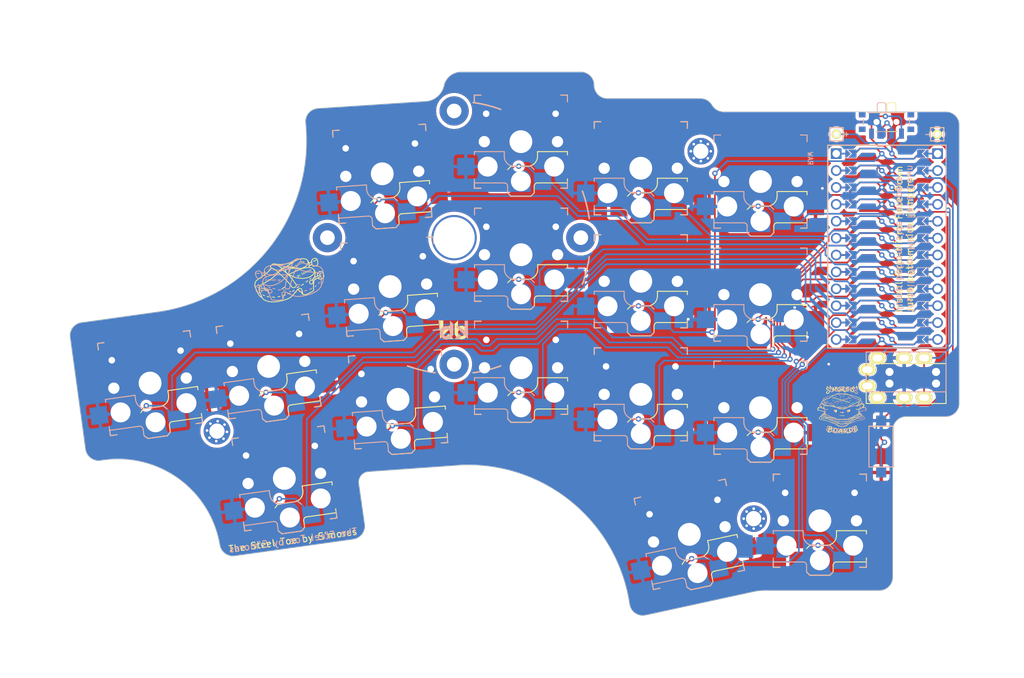
<source format=kicad_pcb>
(kicad_pcb (version 20221018) (generator pcbnew)
  (layers (0 "F.Cu" signal) (31 "B.Cu" signal) (34 "B.Paste" user) (35 "F.Paste" user) (36 "B.SilkS" user "B.Silkscreen") (37 "F.SilkS" user "F.Silkscreen") (38 "B.Mask" user) (39 "F.Mask" user) (44 "Edge.Cuts" user))
  (net 0 "")
  (net 1 "BAT+")
  (net 2 "GND")
  (net 3 "SERIAL")
  (net 4 "K5")
  (net 5 "K10")
  (net 6 "K1")
  (net 7 "K6")
  (net 8 "K11")
  (net 9 "K2")
  (net 10 "K7")
  (net 11 "K12")
  (net 12 "K3")
  (net 13 "K8")
  (net 14 "K13")
  (net 15 "K15")
  (net 16 "K4")
  (net 17 "K9")
  (net 18 "K14")
  (net 19 "K16")
  (net 20 "VCC")
  (net 22 "RESET")
  (net 23 "RAW")
  (net 24 "unconnected-(J0-PadA)")
  (net 26 "K17")
  (footprint "footprints:choc-switch-socket-only" (layer "F.Cu") (at 131.849997 107.050004 4)
    (fp_text reference "SW12" hide)
    (fp_text value "SW_Push" hide)
  )
  (footprint "footprints:choc-switch-socket-only" (layer "F.Cu") (at 150.349996 85.3)
    (fp_text reference "SW8" hide)
    (fp_text value "SW_Push" hide)
  )
  (footprint "footprints:m2-hole" (layer "F.Cu") (at 177.376226 69.737657)
    (fp_text reference "Ref**" hide)
    (fp_text value "Val**" hide)
  )
  (footprint "footprints:m2-hole" (layer "F.Cu") (at 185.326226 124.987657)
    (fp_text reference "Ref**" hide)
    (fp_text value "Val**" hide)
  )
  (footprint "footprints:m2-hole" (layer "F.Cu") (at 104.626226 111.830846 -4)
    (fp_text reference "Ref**" hide)
    (fp_text value "Val**" hide)
  )
  (footprint "art:clogs" (layer "F.Cu") (at 116 88.5)
    (fp_text reference "G***" hide)
    (fp_text value "LOGO" hide)
  )
  (footprint "footprints:single-pin" (layer "F.Cu") (at 197.776226 67.187657)
    (fp_text reference "+1" hide)
    (fp_text value "MountingHole_Pad" hide)
  )
  (footprint "footprints:power-switch" (layer "F.Cu") (at 205.299994 65.670002 180)
    (fp_text reference "SW19" hide)
    (fp_text value "SW_SPDT" hide)
  )
  (footprint "bs_lib:smd_rst_sw" (layer "F.Cu") (at 204.499994 114.150002 -90)
    (fp_text reference "SW21")
    (fp_text value "SW_Push")
  )
  (footprint "footprints:choc-switch-socket-only" (layer "F.Cu") (at 150.324995 68.3)
    (fp_text reference "SW2" hide)
    (fp_text value "SW_Push" hide)
  )
  (footprint "bs_lib:ProMicro_facedown_new_dual" (layer "F.Cu") (at 205.358594 84.078002 -90)
    (fp_text reference "U1" hide)
    (fp_text value "ProMicro_r" hide)
  )
  (footprint "footprints:single-pin" (layer "F.Cu") (at 212.926226 67.187657)
    (fp_text reference "-1" hide)
    (fp_text value "MountingHole_Pad" hide)
  )
  (footprint "footprints:choc-switch-socket-only" (layer "F.Cu") (at 168.349995 72.300001)
    (fp_text reference "SW3" hide)
    (fp_text value "SW_Push" hide)
  )
  (footprint "footprints:choc-switch-socket-only" (layer "F.Cu") (at 112.387771 102.098084 8)
    (fp_text reference "SW6" hide)
    (fp_text value "SW_Push" hide)
  )
  (footprint "footprints:choc-switch-socket-only" (layer "F.Cu") (at 130.664133 90.091414 4)
    (fp_text reference "SW7" hide)
    (fp_text value "SW_Push" hide)
  )
  (footprint "footprints:choc-switch-socket-only" (layer "F.Cu") (at 168.349994 106.300003)
    (fp_text reference "SW14" hide)
    (fp_text value "SW_Push" hide)
  )
  (footprint "footprints:choc-switch-socket-only" (layer "F.Cu") (at 129.478272 73.132824 4)
    (fp_text reference "SW1" hide)
    (fp_text value "SW_Push" hide)
  )
  (footprint "footprints:choc-switch-socket-only" (layer "F.Cu") (at 168.349995 89.300001)
    (fp_text reference "SW9" hide)
    (fp_text value "SW_Push" hide)
  )
  (footprint "art:smores" (layer "F.Cu") (at 198.3 108.9)
    (fp_text reference "G***" hide)
    (fp_text value "LOGO" hide)
  )
  (footprint "footprints:choc-switch-socket-only" (layer "F.Cu") (at 195.278399 125.300002)
    (fp_text reference "SW17" hide)
    (fp_text value "SW_Push" hide)
  )
  (footprint "footprints:choc-switch-socket-only" (layer "F.Cu") (at 150.349992 102.3)
    (fp_text reference "SW13" hide)
    (fp_text value "SW_Push" hide)
  )
  (footprint "footprints:choc-switch-socket-only" (layer "F.Cu") (at 186.349994 108.300002)
    (fp_text reference "SW15" hide)
    (fp_text value "SW_Push" hide)
  )
  (footprint "footprints:choc-switch-socket-only" (layer "F.Cu") (at 94.562952 104.6032 8)
    (fp_text reference "SW5" hide)
    (fp_text value "SW_Push" hide)
  )
  (footprint "footprints:choc-switch-socket-only" (layer "F.Cu") (at 186.349995 74.300002)
    (fp_text reference "SW4" hide)
    (fp_text value "SW_Push" hide)
  )
  (footprint "footprints:tenting-puck" (layer "F.Cu") (at 140.285272 82.73494)
    (fp_text reference "REF**" hide)
    (fp_text value "Tenting Puck" hide)
  )
  (footprint "footprints:trrs" (layer "F.Cu") (at 214.249994 104.675002 -90)
    (fp_text reference "J0" hide)
    (fp_text value "AudioJack4dpb" hide)
  )
  (footprint "footprints:choc-switch-socket-only" (layer "F.Cu") (at 175.649994 127.350002 12)
    (fp_text reference "SW16" hide)
    (fp_text value "SW_Push" hide)
  )
  (footprint "footprints:choc-switch-socket-only" (layer "F.Cu") (at 186.349995 91.300003)
    (fp_text reference "SW10" hide)
    (fp_text value "SW_Push" hide)
  )
  (footprint "footprints:choc-switch-socket-only" (layer "F.Cu") (at 114.75372 118.932644 8)
    (fp_text reference "SW11" hide)
    (fp_text value "SW_Push" hide)
  )
  (footprint "footprints:power-switch" (layer "B.Cu") (at 205.299994 65.670002)
    (fp_text reference "SW20" hide)
    (fp_text value "SW_SPDT" hide)
  )
  (footprint "art:smores" (layer "B.Cu") (at 198.9 108.9 180)
    (fp_text reference "G***" hide)
    (fp_text value "LOGO" hide)
  )
  (footprint "bs_lib:smd_rst_sw" (layer "B.Cu") (at 204.499994 114.150002 90)
    (fp_text reference "SW18")
    (fp_text value "SW_Push")
  )
  (footprint "art:clogs" (layer "B.Cu") (at 114.791929 88.767823 -155)
    (fp_text reference "G***" hide)
    (fp_text value "LOGO" hide)
  )
  (gr_arc (start 159.349997 57.800002) (mid 160.764221 58.385786) (end 161.349996 59.800002) (stroke (width 0.1)) (layer "Edge.Cuts"))
  (gr_line (start 177.349994 61.800001) (end 163.349995 61.800002) (stroke (width 0.1)) (layer "Edge.Cuts"))
  (gr_line (start 126.84212 125.793521) (end 125.946997 119.530821) (stroke (width 0.1)) (layer "Edge.Cuts"))
  (gr_arc (start 216.249993 107.700002) (mid 215.646859 109.082225) (end 214.249994 109.650626) (stroke (width 0.1)) (layer "Edge.Cuts"))
  (gr_arc (start 87.101833 116.264717) (mid 85.643 115.882688) (end 84.849994 114.600002) (stroke (width 0.1)) (layer "Edge.Cuts"))
  (gr_arc (start 138.778399 59.733728) (mid 137.737233 61.534315) (end 135.778399 62.233728) (stroke (width 0.1)) (layer "Edge.Cuts"))
  (gr_arc (start 185.097077 136.037429) (mid 186.265961 135.843649) (end 187.449994 135.800003) (stroke (width 0.1)) (layer "Edge.Cuts"))
  (gr_line (start 125.099994 128.100002) (end 107.276926 130.604072) (stroke (width 0.1)) (layer "Edge.Cuts"))
  (gr_arc (start 125.946997 119.530821) (mid 126.33143 118.490438) (end 127.299994 117.950002) (stroke (width 0.1)) (layer "Edge.Cuts"))
  (gr_line (start 216.249994 65.800002) (end 216.249994 107.700002) (stroke (width 0.1)) (layer "Edge.Cuts"))
  (gr_arc (start 177.349994 61.800001) (mid 178.353854 62.070177) (end 179.086482 62.807724) (stroke (width 0.1)) (layer "Edge.Cuts"))
  (gr_line (start 141.485273 116.934939) (end 127.299994 117.950002) (stroke (width 0.1)) (layer "Edge.Cuts"))
  (gr_arc (start 126.84212 125.793521) (mid 126.45833 127.314807) (end 125.099994 128.100002) (stroke (width 0.1)) (layer "Edge.Cuts"))
  (gr_line (start 208.299994 109.650002) (end 214.249994 109.650626) (stroke (width 0.1)) (layer "Edge.Cuts"))
  (gr_line (start 96.005131 93.835066) (end 84.149994 95.500002) (stroke (width 0.1)) (layer "Edge.Cuts"))
  (gr_arc (start 117.928399 65.383728) (mid 118.442616 63.941175) (end 119.825842 63.283858) (stroke (width 0.1)) (layer "Edge.Cuts"))
  (gr_arc (start 87.101833 116.264717) (mid 98.665959 118.85519) (end 105.026926 128.854072) (stroke (width 0.1)) (layer "Edge.Cuts"))
  (gr_arc (start 180.849995 63.800003) (mid 179.838225 63.534925) (end 179.086482 62.807724) (stroke (width 0.1)) (layer "Edge.Cuts"))
  (gr_line (start 159.349997 57.800002) (end 141.349994 57.800001) (stroke (width 0.1)) (layer "Edge.Cuts"))
  (gr_arc (start 214.249994 63.800002) (mid 215.664208 64.385788) (end 216.249994 65.800002) (stroke (width 0.1)) (layer "Edge.Cuts"))
  (gr_line (start 135.778399 62.233728) (end 119.825842 63.283858) (stroke (width 0.1)) (layer "Edge.Cuts"))
  (gr_arc (start 117.928399 65.383728) (mid 112.680645 84.012246) (end 96.005131 93.835066) (stroke (width 0.1)) (layer "Edge.Cuts"))
  (gr_line (start 206.249994 116.800002) (end 206.249994 111.700002) (stroke (width 0.1)) (layer "Edge.Cuts"))
  (gr_line (start 185.097077 136.037429) (end 169.01041 139.532288) (stroke (width 0.1)) (layer "Edge.Cuts"))
  (gr_line (start 204.249994 135.800002) (end 187.449994 135.800002) (stroke (width 0.1)) (layer "Edge.Cuts"))
  (gr_arc (start 107.276926 130.604072) (mid 105.789489 130.195062) (end 105.026926 128.854072) (stroke (width 0.1)) (layer "Edge.Cuts"))
  (gr_arc (start 138.778399 59.733728) (mid 139.74122 58.337334) (end 141.349994 57.800001) (stroke (width 0.1)) (layer "Edge.Cuts"))
  (gr_line (start 82.541871 97.751252) (end 84.849994 114.600002) (stroke (width 0.1)) (layer "Edge.Cuts"))
  (gr_arc (start 141.485273 116.93494) (mid 158.065172 122.599653) (end 166.660369 137.867417) (stroke (width 0.1)) (layer "Edge.Cuts"))
  (gr_arc (start 206.249994 133.800002) (mid 205.664208 135.214216) (end 204.249994 135.800002) (stroke (width 0.1)) (layer "Edge.Cuts"))
  (gr_arc (start 82.541871 97.751252) (mid 82.887887 96.298434) (end 84.149994 95.500002) (stroke (width 0.1)) (layer "Edge.Cuts"))
  (gr_arc (start 169.01041 139.532288) (mid 167.485293 139.19403) (end 166.660369 137.867417) (stroke (width 0.1)) (layer "Edge.Cuts"))
  (gr_line (start 214.249994 63.800002) (end 180.849995 63.800003) (stroke (width 0.1)) (layer "Edge.Cuts"))
  (gr_arc (start 163.349995 61.800002) (mid 161.935793 61.214213) (end 161.349996 59.800002) (stroke (width 0.1)) (layer "Edge.Cuts"))
  (gr_line (start 206.249994 133.800002) (end 206.249994 116.800002) (stroke (width 0.1)) (layer "Edge.Cuts"))
  (gr_arc (start 206.249994 111.700002) (mid 206.850425 110.250433) (end 208.299994 109.650002) (stroke (width 0.1)) (layer "Edge.Cuts"))
  (gr_text "+" (at 199.276226 67.137657) (layer "B.SilkS") (effects (font (size 0.75 0.67) (thickness 0.125)) (justify mirror)))
  (gr_text "RAW" (at 193.824997 70.800002 270) (layer "B.SilkS") (effects (font (size 0.75 0.67) (thickness 0.125)) (justify mirror)))
  (gr_text "Install Pro-Micro Face Down\nJump bottom side jumpers" (at 206.74 93.96 -90) (layer "B.SilkS") (effects (font (size 1 1)) (justify left bottom mirror)))
  (gr_text "The Steel Toe by S'mores" (at 116.049994 128.250002 8) (layer "B.SilkS") (effects (font (size 1 1)) (justify mirror)))
  (gr_text "-" (at 211.426226 67.187657) (layer "B.SilkS") (effects (font (size 0.75 0.67) (thickness 0.125)) (justify mirror)))
  (gr_text "-" (at 211.426226 67.187657) (layer "F.SilkS") (effects (font (size 0.75 0.67) (thickness 0.125))))
  (gr_text "The Steel Toe by S'mores" (at 116.049994 128.250002 8) (layer "F.SilkS") (effects (font (size 1 1))))
  (gr_text "Install Pro-Micro Face Down\nJump bottom side jumpers" (at 209.39 94.11 90) (layer "F.SilkS") (effects (font (size 1 1)) (justify left bottom)))
  (gr_text "+" (at 199.276226 67.137657) (layer "F.SilkS") (effects (font (size 0.75 0.67) (thickness 0.125))))
  (segment (start 204.549994 66.313889) (end 205.376226 65.487657) (width 0.25) (layer "F.Cu") (net 1))
  (segment (start 204.549994 67.100002) (end 204.549994 66.313889) (width 0.25) (layer "F.Cu") (net 1))
  (via (at 205.376226 65.487657) (size 0.8) (drill 0.4) (layers "F.Cu" "B.Cu") (net 1))
  (segment (start 205.126226 68.487657) (end 206.049994 67.563889) (width 0.25) (layer "B.Cu") (net 1))
  (segment (start 206.049994 67.100002) (end 206.049994 66.161425) (width 0.25) (layer "B.Cu") (net 1))
  (segment (start 197.776226 67.187657) (end 200.826226 67.187657) (width 0.25) (layer "B.Cu") (net 1))
  (segment (start 200.826226 67.187657) (end 202.126226 68.487657) (width 0.25) (layer "B.Cu") (net 1))
  (segment (start 206.049994 66.161425) (end 205.376226 65.487657) (width 0.25) (layer "B.Cu") (net 1))
  (segment (start 202.126226 68.487657) (end 205.126226 68.487657) (width 0.25) (layer "B.Cu") (net 1))
  (segment (start 206.049994 67.563889) (end 206.049994 67.100002) (width 0.25) (layer "B.Cu") (net 1))
  (segment (start 204.499994 118.050002) (end 204.499994 114.986318) (width 0.25) (layer "F.Cu") (net 2))
  (segment (start 197.76 76.313002) (end 196.653002 76.313002) (width 0.25) (layer "F.Cu") (net 2))
  (segment (start 176.624995 76.875005) (end 175.5 78) (width 0.25) (layer "F.Cu") (net 2))
  (segment (start 199.117594 76.313002) (end 197.76 76.313002) (width 0.25) (layer "F.Cu") (net 2))
  (segment (start 200.532594 75.188002) (end 199.407594 76.313002) (width 0.25) (layer "F.Cu") (net 2))
  (segment (start 176.624995 76.050001) (end 176.624995 76.875005) (width 0.25) (layer "F.Cu") (net 2))
  (segment (start 199.407594 76.313002) (end 197.76 76.313002) (width 0.25) (layer "F.Cu") (net 2))
  (segment (start 176.624995 93.875005) (end 175.5 95) (width 0.25) (layer "F.Cu") (net 2))
  (segment (start 176.624995 93.050001) (end 176.624995 93.875005) (width 0.25) (layer "F.Cu") (net 2))
  (segment (start 204.499994 114.986318) (end 203.775494 114.261818) (width 0.25) (layer "F.Cu") (net 2))
  (segment (start 196.653002 76.313002) (end 195.66 75.32) (width 0.25) (layer "F.Cu") (net 2))
  (segment (start 200.532594 77.728002) (end 199.117594 76.313002) (width 0.25) (layer "F.Cu") (net 2))
  (segment (start 207.949994 106.775002) (end 207.949994 100.825002) (width 0.25) (layer "F.Cu") (net 2))
  (via (at 191.49 93.24) (size 0.8) (drill 0.4) (layers "F.Cu" "B.Cu") (net 2))
  (via (at 195.66 75.32) (size 0.8) (drill 0.4) (layers "F.Cu" "B.Cu") (net 2))
  (via (at 175.5 95) (size 0.8) (drill 0.4) (layers "F.Cu" "B.Cu") (net 2))
  (via (at 196.61 101.76) (size 0.8) (drill 0.4) (layers "F.Cu" "B.Cu") (net 2))
  (via (at 175.5 78) (size 0.8) (drill 0.4) (layers "F.Cu" "B.Cu") (net 2))
  (via (at 210.184594 76.56) (size 0.8) (drill 0.4) (layers "F.Cu" "B.Cu") (net 2))
  (via (at 203.775494 114.261818) (size 0.8) (drill 0.4) (layers "F.Cu" "B.Cu") (net 2))
  (via (at 193.42 97.68) (size 0.8) (drill 0.4) (layers "F.Cu" "B.Cu") (net 2))
  (segment (start 203.775494 110.974502) (end 204.499994 110.250002) (width 0.25) (layer "B.Cu") (net 2))
  (segment (start 175.5 95) (end 175.550003 95.050003) (width 0.25) (layer "B.Cu") (net 2))
  (segment (start 206.845594 74.887697) (end 206.845594 75.488307) (width 0.25) (layer "B.Cu") (net 2))
  (segment (start 203.871594 72.347697) (end 203.871594 72.948307) (width 0.25) (layer "B.Cu") (net 2))
  (segment (start 206.420899 75.913002) (end 205.321594 75.913002) (width 0.25) (layer "B.Cu") (net 2))
  (segment (start 204.895289 73.972002) (end 205.929899 73.972002) (width 0.25) (layer "B.Cu") (net 2))
  (segment (start 210.184594 77.728002) (end 210.184594 76.56) (width 0.25) (layer "B.Cu") (net 2))
  (segment (start 206.845594 75.488307) (end 206.420899 75.913002) (width 0.25) (layer "B.Cu") (net 2))
  (segment (start 203.871594 72.948307) (end 204.895289 73.972002) (width 0.25) (layer "B.Cu") (net 2))
  (segment (start 205.321594 75.913002) (end 204.596594 75.188002) (width 0.25) (layer "B.Cu") (net 2))
  (segment (start 210.184594 75.188002) (end 210.184594 76.56) (width 0.25) (layer "B.Cu") (net 2))
  (segment (start 204.296289 71.923002) (end 203.871594 72.347697) (width 0.25) (layer "B.Cu") (net 2))
  (segment (start 205.929899 73.972002) (end 206.845594 74.887697) (width 0.25) (layer "B.Cu") (net 2))
  (segment (start 175.550003 95.050003) (end 178.074995 95.050003) (width 0.25) (layer "B.Cu") (net 2))
  (segment (start 175.550002 78.050002) (end 178.074995 78.050002) (width 0.25) (layer "B.Cu") (net 2))
  (segment (start 206.120594 72.648002) (end 205.395594 71.923002) (width 0.25) (layer "B.Cu") (net 2))
  (segment (start 205.395594 71.923002) (end 204.296289 71.923002) (width 0.25) (layer "B.Cu") (net 2))
  (segment (start 175.5 78) (end 175.550002 78.050002) (width 0.25) (layer "B.Cu") (net 2))
  (segment (start 203.775494 114.261818) (end 203.775494 110.974502) (width 0.25) (layer "B.Cu") (net 2))
  (segment (start 210.949994 100.825002) (end 210.949994 106.775002) (width 0.25) (layer "F.Cu") (net 3))
  (segment (start 211.807587 100.81) (end 211.792585 100.825002) (width 0.25) (layer "B.Cu") (net 3))
  (segment (start 215.27 98.79) (end 213.25 100.81) (width 0.25) (layer "B.Cu") (net 3))
  (segment (start 213.25 100.81) (end 211.807587 100.81) (width 0.25) (layer "B.Cu") (net 3))
  (segment (start 215.27 75.61) (end 215.27 98.79) (width 0.25) (layer "B.Cu") (net 3))
  (segment (start 211.792585 100.825002) (end 210.949994 100.825002) (width 0.25) (layer "B.Cu") (net 3))
  (segment (start 213.433002 73.773002) (end 215.27 75.61) (width 0.25) (layer "B.Cu") (net 3))
  (segment (start 211.309594 73.773002) (end 213.433002 73.773002) (width 0.25) (layer "B.Cu") (net 3))
  (segment (start 210.184594 72.648002) (end 211.309594 73.773002) (width 0.25) (layer "B.Cu") (net 3))
  (segment (start 92.147904 109.852096) (end 92.147904 110.951087) (width 0.25) (layer "F.Cu") (net 4))
  (segment (start 94 108) (end 92.147904 109.852096) (width 0.25) (layer "F.Cu") (net 4))
  (via (at 94 108) (size 0.8) (drill 0.4) (layers "F.Cu" "B.Cu") (net 4))
  (segment (start 193.126226 85.987657) (end 163.126226 85.987657) (width 0.25) (layer "B.Cu") (net 4))
  (segment (start 152.626226 96.487657) (end 137.626226 96.487657) (width 0.25) (layer "B.Cu") (net 4))
  (segment (start 199.117594 94.093002) (end 200.532594 95.508002) (width 0.25) (layer "B.Cu") (net 4))
  (segment (start 97.876226 103.487657) (end 97.876226 109.281569) (width 0.25) (layer "B.Cu") (net 4))
  (segment (start 197.272603 94.093002) (end 199.117594 94.093002) (width 0.25) (layer "B.Cu") (net 4))
  (segment (start 137.626226 96.487657) (end 134.126226 99.987657) (width 0.25) (layer "B.Cu") (net 4))
  (segment (start 101.376226 99.987657) (end 97.876226 103.487657) (width 0.25) (layer "B.Cu") (net 4))
  (segment (start 97.876226 109.281569) (end 98.63416 110.039503) (width 0.25) (layer "B.Cu") (net 4))
  (segment (start 98.63416 110.039503) (end 96.594657 108) (width 0.25) (layer "B.Cu") (net 4))
  (segment (start 193.876226 88.93) (end 193.876226 90.696625) (width 0.25) (layer "B.Cu") (net 4))
  (segment (start 193.876226 86.737657) (end 193.126226 85.987657) (width 0.25) (layer "B.Cu") (net 4))
  (segment (start 163.126226 85.987657) (end 152.626226 96.487657) (width 0.25) (layer "B.Cu") (net 4))
  (segment (start 134.126226 99.987657) (end 101.376226 99.987657) (width 0.25) (layer "B.Cu") (net 4))
  (segment (start 96.594657 108) (end 94 108) (width 0.25) (layer "B.Cu") (net 4))
  (segment (start 193.876226 88.93) (end 193.876226 86.737657) (width 0.25) (layer "B.Cu") (net 4))
  (segment (start 193.876226 90.696625) (end 197.272603 94.093002) (width 0.25) (layer "B.Cu") (net 4))
  (segment (start 200.532594 80.268002) (end 199.330596 81.47) (width 0.25) (layer "F.Cu") (net 5))
  (segment (start 186 95) (end 185.324998 95) (width 0.25) (layer "F.Cu") (net 5))
  (segment (start 185.324998 95) (end 183.074995 97.250003) (width 0.25) (layer "F.Cu") (net 5))
  (segment (start 189.297496 90.553316) (end 189.297496 90.926108) (width 0.25) (layer "F.Cu") (net 5))
  (segment (start 189.297496 90.926108) (end 189.297496 91.611915) (width 0.25) (layer "F.Cu") (net 5))
  (segment (start 197.485605 81.47) (end 196.58 82.375605) (width 0.25) (layer "F.Cu") (net 5))
  (segment (start 196.58 82.375605) (end 196.58 83.270812) (width 0.25) (layer "F.Cu") (net 5))
  (segment (start 196.58 83.270812) (end 191.600406 88.250406) (width 0.25) (layer "F.Cu") (net 5))
  (segment (start 186 95) (end 186 94.90941) (width 0.25) (layer "F.Cu") (net 5))
  (segment (start 189.297496 91.611915) (end 188.689705 92.219706) (width 0.25) (layer "F.Cu") (net 5))
  (segment (start 186 94.90941) (end 186.324705 94.584705) (width 0.25) (layer "F.Cu") (net 5))
  (segment (start 188.689705 92.219706) (end 186 94.909411) (width 0.25) (layer "F.Cu") (net 5))
  (segment (start 186 94.909411) (end 186 95) (width 0.25) (layer "F.Cu") (net 5))
  (segment (start 191.600406 88.250406) (end 189.297496 90.553316) (width 0.25) (layer "F.Cu") (net 5))
  (segment (start 199.330596 81.47) (end 197.485605 81.47) (width 0.25) (layer "F.Cu") (net 5))
  (via (at 186 95) (size 0.8) (drill 0.4) (layers "F.Cu" "B.Cu") (net 5))
  (segment (start 191.112649 98.737657) (end 189.624995 97.250003) (width 0.25) (layer "B.Cu") (net 5))
  (segment (start 189.624995 97.250003) (end 187.374992 95) (width 0.25) (layer "B.Cu") (net 5))
  (segment (start 187.374992 95) (end 186 95) (width 0.25) (layer "B.Cu") (net 5))
  (segment (start 126.703217 79.296783) (end 126.626301 79.296783) (width 0.25) (layer "F.Cu") (net 6))
  (segment (start 129 77) (end 126.703217 79.296783) (width 0.25) (layer "F.Cu") (net 6))
  (via (at 129 77) (size 0.8) (drill 0.4) (layers "F.Cu" "B.Cu") (net 6))
  (segment (start 158.876226 79.487657) (end 164.876226 79.487657) (width 0.25) (layer "B.Cu") (net 6))
  (segment (start 199.407594 86.763002) (end 200.532594 87.888002) (width 0.25) (layer "B.Cu") (net 6))
  (segment (start 133.160345 78.839878) (end 135.524005 78.839878) (width 0.25) (layer "B.Cu") (net 6))
  (segment (start 196.126226 85.26) (end 196.126226 85.326625) (width 0.25) (layer "B.Cu") (net 6))
  (segment (start 135.524005 78.839878) (end 137.876226 76.487657) (width 0.25) (layer "B.Cu") (net 6))
  (segment (start 196.126226 85.326625) (end 197.562603 86.763002) (width 0.25) (layer "B.Cu") (net 6))
  (segment (start 155.876226 76.487657) (end 158.876226 79.487657) (width 0.25) (layer "B.Cu") (net 6))
  (segment (start 196.126226 84.487657) (end 196.126226 85.26) (width 0.25) (layer "B.Cu") (net 6))
  (segment (start 195.376226 83.737657) (end 196.126226 84.487657) (width 0.25) (layer "B.Cu") (net 6))
  (segment (start 197.562603 86.763002) (end 199.407594 86.763002) (width 0.25) (layer "B.Cu") (net 6))
  (segment (start 164.876226 79.487657) (end 169.126226 83.737657) (width 0.25) (layer "B.Cu") (net 6))
  (segment (start 169.126226 83.737657) (end 195.376226 83.737657) (width 0.25) (layer "B.Cu") (net 6))
  (segment (start 133.160345 78.839878) (end 131.320467 77) (width 0.25) (layer "B.Cu") (net 6))
  (segment (start 137.876226 76.487657) (end 155.876226 76.487657) (width 0.25) (layer "B.Cu") (net 6))
  (segment (start 131.320467 77) (end 129 77) (width 0.25) (layer "B.Cu") (net 6))
  (segment (start 112 106) (end 109.972723 108.027277) (width 0.25) (layer "F.Cu") (net 7))
  (segment (start 109.972723 108.027277) (end 109.972723 108.445971) (width 0.25) (layer "F.Cu") (net 7))
  (via (at 112 106) (size 0.8) (drill 0.4) (layers "F.Cu" "B.Cu") (net 7))
  (segment (start 192.376226 86.737657) (end 193.126226 87.487657) (width 0.25) (layer "B.Cu") (net 7))
  (segment (start 193.126226 87.487657) (end 193.126226 92.15) (width 0.25) (layer "B.Cu") (net 7))
  (segment (start 119.829496 107.534387) (end 126.626226 100.737657) (width 0.25) (layer "B.Cu") (net 7))
  (segment (start 152.626226 97.237657) (end 163.126226 86.737657) (width 0.25) (layer "B.Cu") (net 7))
  (segment (start 193.126226 92.486625) (end 197.272603 96.633002) (width 0.25) (layer "B.Cu") (net 7))
  (segment (start 114.924592 106) (end 112 106) (width 0.25) (layer "B.Cu") (net 7))
  (segment (start 163.126226 86.737657) (end 192.376226 86.737657) (width 0.25) (layer "B.Cu") (net 7))
  (segment (start 137.876226 97.237657) (end 152.626226 97.237657) (width 0.25) (layer "B.Cu") (net 7))
  (segment (start 134.376226 100.737657) (end 137.876226 97.237657) (width 0.25) (layer "B.Cu") (net 7))
  (segment (start 193.126226 92.15) (end 193.126226 92.486625) (width 0.25) (layer "B.Cu") (net 7))
  (segment (start 199.117594 96.633002) (end 200.532594 98.048002) (width 0.25) (layer "B.Cu") (net 7))
  (segment (start 116.458979 107.534387) (end 119.829496 107.534387) (width 0.25) (layer "B.Cu") (net 7))
  (segment (start 126.626226 100.737657) (end 134.376226 100.737657) (width 0.25) (layer "B.Cu") (net 7))
  (segment (start 197.272603 96.633002) (end 199.117594 96.633002) (width 0.25) (layer "B.Cu") (net 7))
  (segment (start 116.458979 107.534387) (end 114.924592 106) (width 0.25) (layer "B.Cu") (net 7))
  (segment (start 190.373604 90.113604) (end 196.554206 83.933002) (width 0.25) (layer "F.Cu") (net 8))
  (segment (start 187.974995 95.44) (end 187.974995 99.288152) (width 0.25) (layer "F.Cu") (net 8))
  (segment (start 187.974995 93.570812) (end 187.974995 95.44) (width 0.25) (layer "F.Cu") (net 8))
  (segment (start 199.407594 83.933002) (end 200.532594 82.808002) (width 0.25) (layer "F.Cu") (net 8))
  (segment (start 189.747496 91.798311) (end 187.974995 93.570812) (width 0.25) (layer "F.Cu") (net 8))
  (segment (start 190.373604 90.113604) (end 189.747496 90.739712) (width 0.25) (layer "F.Cu") (net 8))
  (segment (start 187.974995 99.288152) (end 188.2 99.513157) (width 0.25) (layer "F.Cu") (net 8))
  (segment (start 189.747496 90.739712) (end 189.747496 91.798311) (width 0.25) (layer "F.Cu") (net 8))
  (segment (start 196.554206 83.933002) (end 199.407594 83.933002) (width 0.25) (layer "F.Cu") (net 8))
  (segment (start 114 122) (end 112.338672 123.661328) (width 0.25) (layer "F.Cu") (net 8))
  (segment (start 112.338672 123.661328) (end 112.338672 125.280531) (width 0.25) (layer "F.Cu") (net 8))
  (via (at 114 122) (size 0.8) (drill 0.4) (layers "F.Cu" "B.Cu") (net 8))
  (via (at 188.2 99.513157) (size 0.8) (drill 0.4) (layers "F.Cu" "B.Cu") (net 8))
  (segment (start 187.9755 99.737657) (end 188.2 99.513157) (width 0.25) (layer "B.Cu") (net 8))
  (segment (start 175.126226 99.737657) (end 173.126226 97.737657) (width 0.25) (layer "B.Cu") (net 8))
  (segment (start 143.626226 97.987657) (end 138.126226 97.987657) (width 0.25) (layer "B.Cu") (net 8))
  (segment (start 184.98 99.737657) (end 175.126226 99.737657) (width 0.25) (layer "B.Cu") (net 8))
  (segment (start 138.126226 97.987657) (end 134.626226 101.487657) (width 0.25) (layer "B.Cu") (net 8))
  (segment (start 146.626226 97.987657) (end 145.626226 98.987657) (width 0.25) (layer "B.Cu") (net 8))
  (segment (start 184.98 99.737657) (end 187.9755 99.737657) (width 0.25) (layer "B.Cu") (net 8))
  (segment (start 161.376226 94.987657) (end 155.626226 94.987657) (width 0.25) (layer "B.Cu") (net 8))
  (segment (start 118.126226 123.670245) (end 118.824928 124.368947) (width 0.25) (layer "B.Cu") (net 8))
  (segment (start 152.626226 97.987657) (end 146.626226 97.987657) (width 0.25) (layer "B.Cu") (net 8))
  (segment (start 145.626226 98.987657) (end 144.626226 98.987657) (width 0.25) (layer "B.Cu") (net 8))
  (segment (start 144.626226 98.987657) (end 143.626226 97.987657) (width 0.25) (layer "B.Cu") (net 8))
  (segment (start 173.126226 97.737657) (end 164.126226 97.737657) (width 0.25) (layer "B.Cu") (net 8))
  (segment (start 155.626226 94.987657) (end 152.626226 97.987657) (width 0.25) (layer "B.Cu") (net 8))
  (segment (start 118.824928 124.368947) (end 116.455981 122) (width 0.25) (layer "B.Cu") (net 8))
  (segment (start 116.455981 122) (end 114 122) (width 0.25) (layer "B.Cu") (net 8))
  (segment (start 118.126226 109.987657) (end 118.126226 123.670245) (width 0.25) (layer "B.Cu") (net 8))
  (segment (start 164.126226 97.737657) (end 161.376226 94.987657) (width 0.25) (layer "B.Cu") (net 8))
  (segment (start 126.626226 101.487657) (end 118.126226 109.987657) (width 0.25) (layer "B.Cu") (net 8))
  (segment (start 134.626226 101.487657) (end 126.626226 101.487657) (width 0.25) (layer "B.Cu") (net 8))
  (segment (start 149.299995 72) (end 147.049995 74.25) (width 0.25) (layer "F.Cu") (net 9))
  (segment (start 150 72) (end 149.299995 72) (width 0.25) (layer "F.Cu") (net 9))
  (via (at 150 72) (size 0.8) (drill 0.4) (layers "F.Cu" "B.Cu") (net 9))
  (segment (start 153.599995 74.25) (end 151.349995 72) (width 0.25) (layer "B.Cu") (net 9))
  (segment (start 196.345345 83.933002) (end 199.117594 83.933002) (width 0.25) (layer "B.Cu") (net 9))
  (segment (start 165.126226 78.737657) (end 169.376226 82.987657) (width 0.25) (layer "B.Cu") (net 9))
  (segment (start 154.638569 74.25) (end 159.126226 78.737657) (width 0.25) (layer "B.Cu") (net 9))
  (segment (start 169.376226 82.987657) (end 195.4 82.987657) (width 0.25) (layer "B.Cu") (net 9))
  (segment (start 153.599995 74.25) (end 154.638569 74.25) (width 0.25) (layer "B.Cu") (net 9))
  (segment (start 151.349995 72) (end 150 72) (width 0.25) (layer "B.Cu") (net 9))
  (segment (start 159.126226 78.737657) (end 165.126226 78.737657) (width 0.25) (layer "B.Cu") (net 9))
  (segment (start 195.4 82.987657) (end 196.345345 83.933002) (width 0.25) (layer "B.Cu") (net 9))
  (segment (start 199.117594 83.933002) (end 200.532594 85.348002) (width 0.25) (layer "B.Cu") (net 9))
  (segment (start 130 94) (end 127.812162 96.187838) (width 0.25) (layer "F.Cu") (net 10))
  (segment (start 127.812162 96.187838) (end 127.812162 96.255373) (width 0.25) (layer "F.Cu") (net 10))
  (via (at 130 94) (size 0.8) (drill 0.4) (layers "F.Cu" "B.Cu") (net 10))
  (segment (start 194.626226 88.906625) (end 197.562603 91.843002) (width 0.25) (layer "B.Cu") (net 10))
  (segment (start 134.346206 95.798468) (end 132.547738 94) (width 0.25) (layer "B.Cu") (net 10))
  (segment (start 197.562603 91.843002) (end 199.407594 91.843002) (width 0.25) (layer "B.Cu") (net 10))
  (segment (start 194.626226 85.987657) (end 194.626226 87.44) (width 0.25) (layer "B.Cu") (net 10))
  (segment (start 163.126226 85.237657) (end 193.876226 85.237657) (width 0.25) (layer "B.Cu") (net 10))
  (segment (start 193.876226 85.237657) (end 194.626226 85.987657) (width 0.25) (layer "B.Cu") (net 10))
  (segment (start 132.547738 94) (end 130 94) (width 0.25) (layer "B.Cu") (net 10))
  (segment (start 199.407594 91.843002) (end 200.532594 92.968002) (width 0.25) (layer "B.Cu") (net 10))
  (segment (start 194.626226 87.44) (end 194.626226 88.906625) (width 0.25) (layer "B.Cu") (net 10))
  (segment (start 134.346206 95.798468) (end 152.565415 95.798468) (width 0.25) (layer "B.Cu") (net 10))
  (segment (start 152.565415 95.798468) (end 163.126226 85.237657) (width 0.25) (layer "B.Cu") (net 10))
  (segment (start 190.197496 91.984707) (end 188.424995 93.757208) (width 0.25) (layer "F.Cu") (net 11))
  (segment (start 200.532594 85.348002) (end 199.407594 86.473002) (width 0.25) (layer "F.Cu") (net 11))
  (segment (start 194.650602 86.473002) (end 190.197496 90.926108) (width 0.25) (layer "F.Cu") (net 11))
  (segment (start 190.197496 90.926108) (end 190.197496 91.984707) (width 0.25) (layer "F.Cu") (net 11))
  (segment (start 188.424995 98.712847) (end 189.065449 99.353301) (width 0.25) (layer "F.Cu") (net 11))
  (segment (start 199.407594 86.473002) (end 194.650602 86.473002) (width 0.25) (layer "F.Cu") (net 11))
  (segment (start 188.424995 93.757208) (end 188.424995 98.712847) (width 0.25) (layer "F.Cu") (net 11))
  (segment (start 131 111) (end 128.998026 113.001974) (width 0.25) (layer "F.Cu") (net 11))
  (segment (start 189.065449 99.353301) (end 189.065449 100.013157) (width 0.25) (layer "F.Cu") (net 11))
  (segment (start 128.998026 113.001974) (end 128.998026 113.213963) (width 0.25) (layer "F.Cu") (net 11))
  (via (at 131 111) (size 0.8) (drill 0.4) (layers "F.Cu" "B.Cu") (net 11))
  (via (at 189.065449 100.013157) (size 0.8) (drill 0.4) (layers "F.Cu" "B.Cu") (net 11))
  (segment (start 144.376226 99.737657) (end 143.376226 98.737657) (width 0.25) (layer "B.Cu") (net 11))
  (segment (start 188.15 100.237657) (end 174.626226 100.237657) (width 0.25) (layer "B.Cu") (net 11))
  (segment (start 133.775012 111) (end 131 111) (width 0.25) (layer "B.Cu") (net 11))
  (segment (start 134.876226 102.237657) (end 134.876226 112.101214) (width 0.25) (layer "B.Cu") (net 11))
  (segment (start 174.626226 100.237657) (end 172.876226 98.487657) (width 0.25) (layer "B.Cu") (net 11))
  (segment (start 146.126226 99.737657) (end 144.376226 99.737657) (width 0.25) (layer "B.Cu") (net 11))
  (segment (start 172.876226 98.487657) (end 163.626226 98.487657) (width 0.25) (layer "B.Cu") (net 11))
  (segment (start 155.876226 95.737657) (end 152.876226 98.737657) (width 0.25) (layer "B.Cu") (net 11))
  (segment (start 134.876226 112.101214) (end 135.53207 112.757058) (width 0.25) (layer "B.Cu") (net 11))
  (segment (start 160.876226 95.737657) (end 155.876226 95.737657) (width 0.25) (layer "B.Cu") (net 11))
  (segment (start 143.376226 98.737657) (end 138.376226 98.737657) (width 0.25) (layer "B.Cu") (net 11))
  (segment (start 138.376226 98.737657) (end 134.876226 102.237657) (width 0.25) (layer "B.Cu") (net 11))
  (segment (start 188.15 100.237657) (end 188.840949 100.237657) (width 0.25) (layer "B.Cu") (net 11))
  (segment (start 152.876226 98.737657) (end 147.126226 98.737657) (width 0.25) (layer "B.Cu") (net 11))
  (segment (start 135.53207 112.757058) (end 133.775012 111) (width 0.25) (layer "B.Cu") (net 11))
  (segment (start 147.126226 98.737657) (end 146.126226 99.737657) (width 0.25) (layer "B.Cu") (net 11))
  (segment (start 163.626226 98.487657) (end 160.876226 95.737657) (width 0.25) (layer "B.Cu") (net 11))
  (segment (start 188.840949 100.237657) (end 189.065449 100.013157) (width 0.25) (layer "B.Cu") (net 11))
  (segment (start 167.324996 76) (end 165.074995 78.250001) (width 0.25) (layer "F.Cu") (net 12))
  (segment (start 168 76) (end 167.324996 76) (width 0.25) (layer "F.Cu") (net 12))
  (via (at 168 76) (size 0.8) (drill 0.4) (layers "F.Cu" "B.Cu") (net 12))
  (segment (start 171.624995 78.250001) (end 169.374994 76) (width 0.25) (layer "B.Cu") (net 12))
  (segment (start 169.374994 76) (end 168 76) (width 0.25) (layer "B.Cu") (net 12))
  (segment (start 174.63857 78.250001) (end 178.926226 82.537657) (width 0.25) (layer "B.Cu") (net 12))
  (segment (start 178.926226 82.537657) (end 196.417948 82.537657) (width 0.25) (layer "B.Cu") (net 12))
  (segment (start 196.417948 82.537657) (end 197.272603 81.683002) (width 0.25) (layer "B.Cu") (net 12))
  (segment (start 171.624995 78.250001) (end 174.63857 78.250001) (width 0.25) (layer "B.Cu") (net 12))
  (segment (start 199.407594 81.683002) (end 200.532594 82.808002) (width 0.25) (layer "B.Cu") (net 12))
  (segment (start 197.272603 81.683002) (end 199.407594 81.683002) (width 0.25) (layer "B.Cu") (net 12))
  (segment (start 150 89) (end 149.324996 89) (width 0.25) (layer "F.Cu") (net 13))
  (segment (start 149.324996 89) (end 147.074996 91.25) (width 0.25) (layer "F.Cu") (net 13))
  (via (at 150 89) (size 0.8) (drill 0.4) (layers "F.Cu" "B.Cu") (net 13))
  (segment (start 153.624996 91.25) (end 153.126226 90.75123) (width 0.25) (layer "B.Cu") (net 13))
  (segment (start 153.126226 87.737657) (end 154.126226 86.737657) (width 0.25) (layer "B.Cu") (net 13))
  (segment (start 154.126226 86.737657) (end 160.376226 86.737657) (width 0.25) (layer "B.Cu") (net 13))
  (segment (start 195.376226 86.08) (end 195.376226 87.116625) (width 0.25) (layer "B.Cu") (net 13))
  (segment (start 199.407594 89.303002) (end 200.532594 90.428002) (width 0.25) (layer "B.Cu") (net 13))
  (segment (start 195.376226 87.116625) (end 197.562603 89.303002) (width 0.25) (layer "B.Cu") (net 13))
  (segment (start 162.626226 84.487657) (end 194.626226 84.487657) (width 0.25) (layer "B.Cu") (net 13))
  (segment (start 160.376226 86.737657) (end 162.626226 84.487657) (width 0.25) (layer "B.Cu") (net 13))
  (segment (start 197.562603 89.303002) (end 199.407594 89.303002) (width 0.25) (layer "B.Cu") (net 13))
  (segment (start 194.626226 84.487657) (end 195.376226 85.237657) (width 0.25) (layer "B.Cu") (net 13))
  (segment (start 153.126226 90.75123) (end 153.126226 87.737657) (width 0.25) (layer "B.Cu") (net 13))
  (segment (start 195.376226 85.237657) (end 195.376226 86.08) (width 0.25) (layer "B.Cu") (net 13))
  (segment (start 153.624996 91.25) (end 151.374996 89) (width 0.25) (layer "B.Cu") (net 13))
  (segment (start 151.374996 89) (end 150 89) (width 0.25) (layer "B.Cu") (net 13))
  (segment (start 149.324992 106) (end 147.074992 108.25) (width 0.25) (layer "F.Cu") (net 14))
  (segment (start 188.874995 93.943604) (end 188.874995 98.526451) (width 0.25) (layer "F.Cu") (net 14))
  (segment (start 192.746998 89.013002) (end 190.647496 91.112504) (width 0.25) (layer "F.Cu") (net 14))
  (segment (start 200.532594 87.888002) (end 199.407594 89.013002) (width 0.25) (layer "F.Cu") (net 14))
  (segment (start 190.647496 92.171103) (end 188.874995 93.943604) (width 0.25) (layer "F.Cu") (net 14))
  (segment (start 150 106) (end 149.324992 106) (width 0.25) (layer "F.Cu") (net 14))
  (segment (start 199.407594 89.013002) (end 192.746998 89.013002) (width 0.25) (layer "F.Cu") (net 14))
  (segment (start 189.930899 99.582355) (end 189.930899 100.513157) (width 0.25) (layer "F.Cu") (net 14))
  (segment (start 190.647496 91.112504) (end 190.647496 92.171103) (width 0.25) (layer "F.Cu") (net 14))
  (segment (start 188.874995 98.526451) (end 189.930899 99.582355) (width 0.25) (layer "F.Cu") (net 14))
  (via (at 189.930899 100.513157) (size 0.8) (drill 0.4) (layers "F.Cu" "B.Cu") (net 14))
  (via (at 150 106) (size 0.8) (drill 0.4) (layers "F.Cu" "B.Cu") (net 14))
  (segment (start 163.126226 99.237657) (end 160.376226 96.487657) (width 0.25) (layer "B.Cu") (net 14))
  (segment (start 173.876226 100.737657) (end 172.376226 99.237657) (width 0.25) (layer "B.Cu") (net 14))
  (segment (start 153.624992 108.25) (end 151.374992 106) (width 0.25) (layer "B.Cu") (net 14))
  (segment (start 172.376226 99.237657) (end 163.126226 99.237657) (width 0.25) (layer "B.Cu") (net 14))
  (segment (start 188.64 100.737657) (end 173.876226 100.737657) (width 0.25) (layer "B.Cu") (net 14))
  (segment (start 155.876226 96.487657) (end 153.624992 98.738891) (width 0.25) (layer "B.Cu") (net 14))
  (segment (start 153.624992 98.738891) (end 153.624992 108.25) (width 0.25) (layer "B.Cu") (net 14))
  (segment (start 151.374992 106) (end 150 106) (width 0.25) (layer "B.Cu") (net 14))
  (segment (start 188.64 100.737657) (end 189.706399 100.737657) (width 0.25) (layer "B.Cu") (net 14))
  (segment (start 189.706399 100.737657) (end 189.930899 100.513157) (width 0.25) (layer "B.Cu") (net 14))
  (segment (start 160.376226 96.487657) (end 155.876226 96.487657) (width 0.25) (layer "B.Cu") (net 14))
  (segment (start 186 112) (end 185.324996 112) (width 0.25) (layer "F.Cu") (net 15))
  (segment (start 199.117594 94.383002) (end 200.532594 92.968002) (width 0.25) (layer "F.Cu") (net 15))
  (segment (start 196.613594 95.042011) (end 197.272603 94.383002) (width 0.25) (layer "F.Cu") (net 15))
  (segment (start 191.739502 101.344018) (end 191.739502 101.664818) (width 0.25) (layer "F.Cu") (net 15))
  (segment (start 191.739502 101.664818) (end 196.613594 96.790726) (width 0.25) (layer "F.Cu") (net 15))
  (segment (start 197.272603 94.383002) (end 199.117594 94.383002) (width 0.25) (layer "F.Cu") (net 15))
  (segment (start 196.613594 96.790726) (end 196.613594 95.042011) (width 0.25) (layer "F.Cu") (net 15))
  (segment (start 185.324996 112) (end 183.074994 114.250002) (width 0.25) (layer "F.Cu") (net 15))
  (via (at 186 112) (size 0.8) (drill 0.4) (layers "F.Cu" "B.Cu") (net 15))
  (via (at 191.739502 101.344018) (size 0.8) (drill 0.4) (layers "F.Cu" "B.Cu") (net 15))
  (segment (start 191.739502 102.053727) (end 189.624994 104.168235) (width 0.25) (layer "B.Cu") (net 15))
  (segment (start 189.624994 104.168235) (end 189.624994 114.250002) (width 0.25) (layer "B.Cu") (net 15))
  (segment (start 187.374992 112) (end 186 112) (width 0.25) (layer "B.Cu") (net 15))
  (segment (start 189.624994 114.250002) (end 187.374992 112) (width 0.25) (layer "B.Cu") (net 15))
  (segment (start 191.739502 101.344018) (end 191.739502 102.053727) (width 0.25) (layer "B.Cu") (net 15))
  (segment (start 186 78) (end 185.324997 78) (width 0.25) (layer "F.Cu") (net 16))
  (segment (start 185.324997 78) (end 183.074995 80.250002) (width 0.25) (layer "F.Cu") (net 16))
  (via (at 186 78) (size 0.8) (drill 0.4) (layers "F.Cu" "B.Cu") (net 16))
  (segment (start 187.374993 78) (end 186 78) (width 0.25) (layer "B.Cu") (net 16))
  (segment (start 192.509998 80.250002) (end 189.624995 80.250002) (width 0.25) (layer "B.Cu") (net 16))
  (segment (start 204.995594 79.143002) (end 193.616998 79.143002) (width 0.25) (layer "B.Cu") (net 16))
  (segment (start 193.616998 79.143002) (end 192.509998 80.250002) (width 0.25) (layer "B.Cu") (net 16))
  (segment (start 206.120594 80.268002) (end 204.995594 79.143002) (width 0.25) (layer "B.Cu") (net 16))
  (segment (start 189.624995 80.250002) (end 187.374993 78) (width 0.25) (layer "B.Cu") (net 16))
  (segment (start 179.5 73.06) (end 179.5 96.509505) (width 0.25) (layer "F.Cu") (net 17))
  (segment (start 179.5 96.509505) (end 179.06 96.949505) (width 0.25) (layer "F.Cu") (net 17))
  (segment (start 167.324996 93) (end 165.074995 95.250001) (width 0.25) (layer "F.Cu") (net 17))
  (segment (start 168 93) (end 167.324996 93) (width 0.25) (layer "F.Cu") (net 17))
  (via (at 179.5 73.06) (size 0.8) (drill 0.4) (layers "F.Cu" "B.Cu") (net 17))
  (via (at 168 93) (size 0.8) (drill 0.4) (layers "F.Cu" "B.Cu") (net 17))
  (via (at 179.06 96.949505) (size 0.8) (drill 0.4) (layers "F.Cu" "B.Cu") (net 17))
  (segment (start 171.624995 95.250001) (end 169.374994 93) (width 0.25) (layer "B.Cu") (net 17))
  (segment (start 173.324499 96.949505) (end 171.624995 95.250001) (width 0.25) (layer "B.Cu") (net 17))
  (segment (start 203.471594 71.233002) (end 181.326998 71.233002) (width 0.25) (layer "B.Cu") (net 17))
  (segment (start 179.06 96.949505) (end 173.324499 96.949505) (width 0.25) (layer "B.Cu") (net 17))
  (segment (start 204.596594 70.108002) (end 203.471594 71.233002) (width 0.25) (layer "B.Cu") (net 17))
  (segment (start 181.326998 71.233002) (end 179.5 73.06) (width 0.25) (layer "B.Cu") (net 17))
  (segment (start 169.374994 93) (end 168 93) (width 0.25) (layer "B.Cu") (net 17))
  (segment (start 191.097496 92.357499) (end 194.067499 92.357499) (width 0.25) (layer "F.Cu") (net 18))
  (segment (start 167.324997 110) (end 165.074994 112.250003) (width 0.25) (layer "F.Cu") (net 18))
  (segment (start 168 110) (end 167.324997 110) (width 0.25) (layer "F.Cu") (net 18))
  (segment (start 190.79635 99.81141) (end 189.324995 98.340055) (width 0.25) (layer "F.Cu") (net 18))
  (segment (start 199.370596 91.59) (end 200.532594 90.428002) (width 0.25) (layer "F.Cu") (net 18))
  (segment (start 189.324995 94.13) (end 191.097496 92.357499) (width 0.25) (layer "F.Cu") (net 18))
  (segment (start 190.79635 101.013157) (end 190.79635 99.81141) (width 0.25) (layer "F.Cu") (net 18))
  (segment (start 194.834998 91.59) (end 199.370596 91.59) (width 0.25) (layer "F.Cu") (net 18))
  (segment (start 189.324995 98.340055) (end 189.324995 94.13) (width 0.25) (layer "F.Cu") (net 18))
  (segment (start 194.067499 92.357499) (end 194.834998 91.59) (width 0.25) (layer "F.Cu") (net 18))
  (via (at 190.79635 101.013157) (size 0.8) (drill 0.4) (layers "F.Cu" "B.Cu") (net 18))
  (via (at 168 110) (size 0.8) (drill 0.4) (layers "F.Cu" "B.Cu") (net 18))
  (segment (start 171.624994 112.250003) (end 169.374991 110) (width 0.25) (layer "B.Cu") (net 18))
  (segment (start 169.374991 110) (end 168 110) (width 0.25) (layer "B.Cu") (net 18))
  (segment (start 190.57185 101.237657) (end 190.79635 101.013157) (width 0.25) (layer "B.Cu") (net 18))
  (segment (start 171.126226 101.987657) (end 171.126226 111.751235) (width 0.25) (layer "B.Cu") (net 18))
  (segment (start 189.5 101.237657) (end 171.876226 101.237657) (width 0.25) (layer "B.Cu") (net 18))
  (segment (start 189.5 101.237657) (end 190.57185 101.237657) (width 0.25) (layer "B.Cu") (net 18))
  (segment (start 171.126226 111.751235) (end 171.624994 112.250003) (width 0.25) (layer "B.Cu") (net 18))
  (segment (start 171.876226 101.237657) (end 171.126226 101.987657) (width 0.25) (layer "B.Cu") (net 18))
  (segment (start 199.407594 96.633002) (end 200.532594 95.508002) (width 0.25) (layer "F.Cu") (net 19))
  (segment (start 173.683635 133.316365) (end 173.683635 133.850891) (width 0.25) (layer "F.Cu") (net 19))
  (segment (start 192.6282 101.801425) (end 192.6282 101.567405) (width 0.25) (layer "F.Cu") (net 19))
  (segment (start 197.562603 96.633002) (end 199.407594 96.633002) (width 0.25) (layer "F.Cu") (net 19))
  (segment (start 192.6282 101.567405) (end 197.562603 96.633002) (width 0.25) (layer "F.Cu") (net 19))
  (segment (start 176 131) (end 173.683635 133.316365) (width 0.25) (layer "F.Cu") (net 19))
  (via (at 176 131) (size 0.8) (drill 0.4) (layers "F.Cu" "B.Cu") (net 19))
  (via (at 192.6282 101.801425) (size 0.8) (drill 0.4) (layers "F.Cu" "B.Cu") (net 19))
  (segment (start 190.074994 104.354631) (end 192.6282 101.801425) (width 0.25) (layer "B.Cu") (net 19))
  (segment (start 190.074994 107.61) (end 190.074994 104.354631) (width 0.25) (layer "B.Cu") (net 19))
  (segment (start 191.03 110.08) (end 190.074994 109.124994) (width 0.25) (layer "B.Cu") (net 19))
  (segment (start 193.011942 111.101942) (end 191.99 110.08) (width 0.25) (layer "B.Cu") (net 19))
  (segment (start 193.011942 113.601942) (end 193.011942 111.101942) (width 0.25) (layer "B.Cu") (net 19))
  (segment (start 192.126226 129.987657) (end 190.626226 131.487657) (width 0.25) (layer "B.Cu") (net 19))
  (segment (start 178.601433 131) (end 176 131) (width 0.25) (layer "B.Cu") (net 19))
  (segment (start 183.126226 131.487657) (end 182.124814 132.489069) (width 0.25) (layer "B.Cu") (net 19))
  (segment (start 180.090502 132.489069) (end 178.601433 131) (width 0.25) (layer "B.Cu") (net 19))
  (segment (start 182.124814 132.489069) (end 180.090502 132.489069) (width 0.25) (layer "B.Cu") (net 19))
  (segment (start 190.626226 131.487657) (end 183.126226 131.487657) (width 0.25) (layer "B.Cu") (net 19))
  (segment (start 190.074994 109.124994) (end 190.074994 107.61) (width 0.25) (layer "B.Cu") (net 19))
  (segment (start 191.99 110.08) (end 191.03 110.08) (width 0.25) (layer "B.Cu") (net 19))
  (segment (start 193.011942 113.601942) (end 192.126226 114.487657) (width 0.25) (layer "B.Cu") (net 19))
  (segment (start 192.126226 114.487657) (end 192.126226 129.987657) (width 0.25) (layer "B.Cu") (net 19))
  (segment (start 203.949994 100.825002) (end 204.376226 101.251234) (width 0.25) (layer "F.Cu") (net 20))
  (segment (start 211.309594 78.853002) (end 210.184594 77.728002) (width 0.25) (layer "F.Cu") (net 20))
  (segment (start 214.302498 78.853002) (end 211.309594 78.853002) (width 0.25) (layer "F.Cu") (net 20))
  (segment (start 204.376226 106.34877) (end 203.949994 106.775002) (width 0.25) (layer "F.Cu") (net 20))
  (segment (start 204.376226 101.251234) (end 204.376226 106.34877) (width 0.25) (layer "F.Cu") (net 20))
  (segment (start 214.5455 78.61) (end 214.302498 78.853002) (width 0.25) (layer "F.Cu") (net 20))
  (via (at 214.5455 78.61) (size 0.8) (drill 0.4) (layers "F.Cu" "B.Cu") (net 20))
  (segment (start 205.468194 99.306802) (end 214.116802 99.306802) (width 0.25) (layer "B.Cu") (net 20))
  (segment (start 203.949994 100.825002) (end 205.468194 99.306802) (width 0.25) (layer "B.Cu") (net 20))
  (segment (start 214.82 98.603604) (end 214.82 78.8845) (width 0.25) (layer "B.Cu") (net 20))
  (segment (start 214.82 78.8845) (end 214.5455 78.61) (width 0.25) (layer "B.Cu") (net 20))
  (segment (start 214.116802 99.306802) (end 214.82 98.603604) (width 0.25) (layer "B.Cu") (net 20))
  (segment (start 204.499994 112.999994) (end 205 113.5) (width 0.25) (layer "F.Cu") (net 22))
  (segment (start 213.373002 76.313002) (end 211.309594 76.313002) (width 0.25) (layer "F.Cu") (net 22))
  (segment (start 206.799994 107.950002) (end 211.836695 107.950002) (width 0.25) (layer "F.Cu") (net 22))
  (segment (start 215.2705 104.516197) (end 215.2705 78.2105) (width 0.25) (layer "F.Cu") (net 22))
  (segment (start 211.309594 76.313002) (end 210.184594 75.188002) (width 0.25) (layer "F.Cu") (net 22))
  (segment (start 204.499994 110.250002) (end 206.799994 107.950002) (width 0.25) (layer "F.Cu") (net 22))
  (segment (start 211.836695 107.950002) (end 215.2705 104.516197) (width 0.25) (layer "F.Cu") (net 22))
  (segment (start 204.499994 110.250002) (end 204.499994 112.999994) (width 0.25) (layer "F.Cu") (net 22))
  (segment (start 215.2705 78.2105) (end 213.373002 76.313002) (width 0.25) (layer "F.Cu") (net 22))
  (via (at 205 113.5) (size 0.8) (drill 0.4) (layers "F.Cu" "B.Cu") (net 22))
  (segment (start 204.499994 118.050002) (end 204.499994 114.000006) (width 0.25) (layer "B.Cu") (net 22))
  (segment (start 204.499994 114.000006) (end 205 113.5) (width 0.25) (layer "B.Cu") (net 22))
  (segment (start 204.02099 68.896002) (end 204.908594 68.896002) (width 0.25) (layer "F.Cu") (net 23))
  (segment (start 203.049994 67.100002) (end 203.049994 67.925006) (width 0.25) (layer "F.Cu") (net 23))
  (segment (start 203.049994 67.925006) (end 204.02099 68.896002) (width 0.25) (layer "F.Cu") (net 23))
  (segment (start 203.049994 64.813889) (end 203.049994 67.100002) (width 0.25) (layer "F.Cu") (net 23))
  (segment (start 203.376226 64.487657) (end 203.049994 64.813889) (width 0.25) (layer "F.Cu") (net 23))
  (segment (start 204.908594 68.896002) (end 206.120594 70.108002) (width 0.25) (layer "F.Cu") (net 23))
  (segment (start 205.126226 64.487657) (end 203.376226 64.487657) (width 0.25) (layer "F.Cu") (net 23))
  (via (at 205.126226 64.487657) (size 0.8) (drill 0.4) (layers "F.Cu" "B.Cu") (net 23))
  (segment (start 207.549994 67.100002) (end 207.549994 67.350002) (width 0.25) (layer "B.Cu") (net 23))
  (segment (start 207.126226 64.487657) (end 205.126226 64.487657) (width 0.25) (layer "B.Cu") (net 23))
  (segment (start 207.549994 67.350002) (end 206.120594 68.779402) (width 0.25) (layer "B.Cu") (net 23))
  (segment (start 207.549994 67.100002) (end 207.549994 64.911425) (width 0.25) (layer "B.Cu") (net 23))
  (segment (start 206.120594 68.779402) (end 206.120594 70.108002) (width 0.25) (layer "B.Cu") (net 23))
  (segment (start 207.549994 64.911425) (end 207.126226 64.487657) (width 0.25) (layer "B.Cu") (net 23))
  (segment (start 202.449994 105.025002) (end 202.449994 102.575002) (width 0.25) (layer "F.Cu") (net 24))
  (segment (start 195 129) (end 194.253401 129) (width 0.25) (layer "F.Cu") (net 26))
  (segment (start 194.253401 129) (end 192.003399 131.250002) (width 0.25) (layer "F.Cu") (net 26))
  (via (at 195 129) (size 0.8) (drill 0.4) (layers "F.Cu" "B.Cu") (net 26))
  (segment (start 192.176396 109.63) (end 191.216396 109.63) (width 0.25) (layer "B.Cu") (net 26))
  (segment (start 190.524994 104.541027) (end 192.528555 102.537465) (width 0.25) (layer "B.Cu") (net 26))
  (segment (start 196.07493 99.38) (end 203.264596 99.38) (width 0.25) (layer "B.Cu") (net 26))
  (segment (start 193.461942 110.915546) (end 192.176396 109.63) (width 0.25) (layer "B.Cu") (net 26))
  (segment (start 193.126226 127.487657) (end 192.626226 126.987657) (width 0.25) (layer "B.Cu") (net 26))
  (segment (start 192.528555 102.537465) (end 192.917465 102.537465) (width 0.25) (layer "B.Cu") (net 26))
  (segment (start 203.264596 99.38) (end 204.596594 98.048002) (width 0.25) (layer "B.Cu") (net 26))
  (segment (start 198.553399 130.16483) (end 195.876226 127.487657) (width 0.25) (layer "B.Cu") (net 26))
  (segment (start 192.917465 102.537465) (end 196.07493 99.38) (width 0.25) (layer "B.Cu") (net 26))
  (segment (start 190.524994 108.938598) (end 190.524994 104.541027) (width 0.25) (layer "B.Cu") (net 26))
  (segment (start 196.303397 129) (end 195 129) (width 0.25) (layer "B.Cu") (net 26))
  (segment (start 198.553399 131.250002) (end 196.303397 129) (width 0.25) (layer "B.Cu") (net 26))
  (segment (start 192.626226 114.624053) (end 193.461942 113.788338) (width 0.25) (layer "B.Cu") (net 26))
  (segment (start 192.626226 126.987657) (end 192.626226 114.624053) (width 0.25) (layer "B.Cu") (net 26))
  (segment (start 191.216396 109.63) (end 190.524994 108.938598) (width 0.25) (layer "B.Cu") (net 26))
  (segment (start 198.553399 131.250002) (end 198.553399 130.16483) (width 0.25) (layer "B.Cu") (net 26))
  (segment (start 193.461942 113.788338) (end 193.461942 110.915546) (width 0.25) (layer "B.Cu") (net 26))
  (segment (start 195.876226 127.487657) (end 193.126226 127.487657) (width 0.25) (layer "B.Cu") (net 26))
  (zone (net 2) (net_name "GND") (layers "F&B.Cu") (connect_pads (clearance 0.508)) (min_thickness 0.254) (fill yes (thermal_gap 0.508) (thermal_bridge_width 0.508) (island_removal_mode 2) (island_area_min 1))
    (polygon (pts (xy 72 47) (xy 226 47) (xy 226 149) (xy 72 149)))
  )
)
</source>
